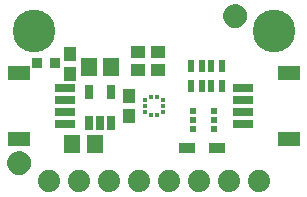
<source format=gbr>
G04 EAGLE Gerber RS-274X export*
G75*
%MOMM*%
%FSLAX34Y34*%
%LPD*%
%INSoldermask Top*%
%IPPOS*%
%AMOC8*
5,1,8,0,0,1.08239X$1,22.5*%
G01*
%ADD10R,1.176600X1.101600*%
%ADD11R,1.451600X0.901600*%
%ADD12R,0.351600X0.376600*%
%ADD13R,0.376600X0.351600*%
%ADD14C,1.879600*%
%ADD15R,1.341600X1.601600*%
%ADD16R,0.651600X1.301600*%
%ADD17R,1.101600X1.176600*%
%ADD18R,0.551600X1.001600*%
%ADD19R,0.601600X0.601600*%
%ADD20R,0.601600X0.501600*%
%ADD21C,3.617600*%
%ADD22R,1.651600X0.701600*%
%ADD23R,1.901600X1.301600*%
%ADD24C,1.101600*%
%ADD25C,0.500000*%
%ADD26R,0.901600X0.901600*%


D10*
X130420Y134620D03*
X113420Y134620D03*
D11*
X180340Y53340D03*
X154940Y53340D03*
D10*
X130420Y119380D03*
X113420Y119380D03*
D12*
X129500Y96400D03*
X124500Y96400D03*
D13*
X119375Y88900D03*
X119375Y83900D03*
X119375Y93900D03*
X134625Y83900D03*
X134625Y88900D03*
X134625Y93900D03*
D12*
X129500Y81400D03*
X124500Y81400D03*
D14*
X38100Y25400D03*
X63500Y25400D03*
X88900Y25400D03*
X114300Y25400D03*
X139700Y25400D03*
X165100Y25400D03*
X190500Y25400D03*
X215900Y25400D03*
D15*
X57810Y57150D03*
X76810Y57150D03*
D16*
X71780Y74629D03*
X81280Y74629D03*
X90780Y74629D03*
X90780Y100631D03*
X71780Y100631D03*
D15*
X71780Y121920D03*
X90780Y121920D03*
D17*
X105410Y80400D03*
X105410Y97400D03*
D18*
X184450Y105800D03*
X184450Y122800D03*
X175450Y105800D03*
X167450Y105800D03*
X158450Y105800D03*
X158450Y122800D03*
X175450Y122800D03*
X167450Y122800D03*
D19*
X177910Y69970D03*
D20*
X177910Y77470D03*
D19*
X177910Y84970D03*
X159910Y84970D03*
D20*
X159910Y77470D03*
D19*
X159910Y69970D03*
D21*
X25400Y152400D03*
X228600Y152400D03*
D22*
X202190Y83900D03*
X202190Y93900D03*
X202190Y73900D03*
X202190Y103900D03*
D23*
X241190Y60900D03*
X241190Y116900D03*
D22*
X51810Y93900D03*
X51810Y83900D03*
X51810Y103900D03*
X51810Y73900D03*
D23*
X12810Y116900D03*
X12810Y60900D03*
D24*
X12700Y40640D03*
D25*
X12700Y48140D02*
X12519Y48138D01*
X12338Y48131D01*
X12157Y48120D01*
X11976Y48105D01*
X11796Y48085D01*
X11616Y48061D01*
X11437Y48033D01*
X11259Y48000D01*
X11082Y47963D01*
X10905Y47922D01*
X10730Y47877D01*
X10555Y47827D01*
X10382Y47773D01*
X10211Y47715D01*
X10040Y47653D01*
X9872Y47586D01*
X9705Y47516D01*
X9539Y47442D01*
X9376Y47363D01*
X9215Y47281D01*
X9055Y47195D01*
X8898Y47105D01*
X8743Y47011D01*
X8590Y46914D01*
X8440Y46812D01*
X8292Y46708D01*
X8146Y46599D01*
X8004Y46488D01*
X7864Y46372D01*
X7727Y46254D01*
X7592Y46132D01*
X7461Y46007D01*
X7333Y45879D01*
X7208Y45748D01*
X7086Y45613D01*
X6968Y45476D01*
X6852Y45336D01*
X6741Y45194D01*
X6632Y45048D01*
X6528Y44900D01*
X6426Y44750D01*
X6329Y44597D01*
X6235Y44442D01*
X6145Y44285D01*
X6059Y44125D01*
X5977Y43964D01*
X5898Y43801D01*
X5824Y43635D01*
X5754Y43468D01*
X5687Y43300D01*
X5625Y43129D01*
X5567Y42958D01*
X5513Y42785D01*
X5463Y42610D01*
X5418Y42435D01*
X5377Y42258D01*
X5340Y42081D01*
X5307Y41903D01*
X5279Y41724D01*
X5255Y41544D01*
X5235Y41364D01*
X5220Y41183D01*
X5209Y41002D01*
X5202Y40821D01*
X5200Y40640D01*
X12700Y48140D02*
X12881Y48138D01*
X13062Y48131D01*
X13243Y48120D01*
X13424Y48105D01*
X13604Y48085D01*
X13784Y48061D01*
X13963Y48033D01*
X14141Y48000D01*
X14318Y47963D01*
X14495Y47922D01*
X14670Y47877D01*
X14845Y47827D01*
X15018Y47773D01*
X15189Y47715D01*
X15360Y47653D01*
X15528Y47586D01*
X15695Y47516D01*
X15861Y47442D01*
X16024Y47363D01*
X16185Y47281D01*
X16345Y47195D01*
X16502Y47105D01*
X16657Y47011D01*
X16810Y46914D01*
X16960Y46812D01*
X17108Y46708D01*
X17254Y46599D01*
X17396Y46488D01*
X17536Y46372D01*
X17673Y46254D01*
X17808Y46132D01*
X17939Y46007D01*
X18067Y45879D01*
X18192Y45748D01*
X18314Y45613D01*
X18432Y45476D01*
X18548Y45336D01*
X18659Y45194D01*
X18768Y45048D01*
X18872Y44900D01*
X18974Y44750D01*
X19071Y44597D01*
X19165Y44442D01*
X19255Y44285D01*
X19341Y44125D01*
X19423Y43964D01*
X19502Y43801D01*
X19576Y43635D01*
X19646Y43468D01*
X19713Y43300D01*
X19775Y43129D01*
X19833Y42958D01*
X19887Y42785D01*
X19937Y42610D01*
X19982Y42435D01*
X20023Y42258D01*
X20060Y42081D01*
X20093Y41903D01*
X20121Y41724D01*
X20145Y41544D01*
X20165Y41364D01*
X20180Y41183D01*
X20191Y41002D01*
X20198Y40821D01*
X20200Y40640D01*
X20198Y40459D01*
X20191Y40278D01*
X20180Y40097D01*
X20165Y39916D01*
X20145Y39736D01*
X20121Y39556D01*
X20093Y39377D01*
X20060Y39199D01*
X20023Y39022D01*
X19982Y38845D01*
X19937Y38670D01*
X19887Y38495D01*
X19833Y38322D01*
X19775Y38151D01*
X19713Y37980D01*
X19646Y37812D01*
X19576Y37645D01*
X19502Y37479D01*
X19423Y37316D01*
X19341Y37155D01*
X19255Y36995D01*
X19165Y36838D01*
X19071Y36683D01*
X18974Y36530D01*
X18872Y36380D01*
X18768Y36232D01*
X18659Y36086D01*
X18548Y35944D01*
X18432Y35804D01*
X18314Y35667D01*
X18192Y35532D01*
X18067Y35401D01*
X17939Y35273D01*
X17808Y35148D01*
X17673Y35026D01*
X17536Y34908D01*
X17396Y34792D01*
X17254Y34681D01*
X17108Y34572D01*
X16960Y34468D01*
X16810Y34366D01*
X16657Y34269D01*
X16502Y34175D01*
X16345Y34085D01*
X16185Y33999D01*
X16024Y33917D01*
X15861Y33838D01*
X15695Y33764D01*
X15528Y33694D01*
X15360Y33627D01*
X15189Y33565D01*
X15018Y33507D01*
X14845Y33453D01*
X14670Y33403D01*
X14495Y33358D01*
X14318Y33317D01*
X14141Y33280D01*
X13963Y33247D01*
X13784Y33219D01*
X13604Y33195D01*
X13424Y33175D01*
X13243Y33160D01*
X13062Y33149D01*
X12881Y33142D01*
X12700Y33140D01*
X12519Y33142D01*
X12338Y33149D01*
X12157Y33160D01*
X11976Y33175D01*
X11796Y33195D01*
X11616Y33219D01*
X11437Y33247D01*
X11259Y33280D01*
X11082Y33317D01*
X10905Y33358D01*
X10730Y33403D01*
X10555Y33453D01*
X10382Y33507D01*
X10211Y33565D01*
X10040Y33627D01*
X9872Y33694D01*
X9705Y33764D01*
X9539Y33838D01*
X9376Y33917D01*
X9215Y33999D01*
X9055Y34085D01*
X8898Y34175D01*
X8743Y34269D01*
X8590Y34366D01*
X8440Y34468D01*
X8292Y34572D01*
X8146Y34681D01*
X8004Y34792D01*
X7864Y34908D01*
X7727Y35026D01*
X7592Y35148D01*
X7461Y35273D01*
X7333Y35401D01*
X7208Y35532D01*
X7086Y35667D01*
X6968Y35804D01*
X6852Y35944D01*
X6741Y36086D01*
X6632Y36232D01*
X6528Y36380D01*
X6426Y36530D01*
X6329Y36683D01*
X6235Y36838D01*
X6145Y36995D01*
X6059Y37155D01*
X5977Y37316D01*
X5898Y37479D01*
X5824Y37645D01*
X5754Y37812D01*
X5687Y37980D01*
X5625Y38151D01*
X5567Y38322D01*
X5513Y38495D01*
X5463Y38670D01*
X5418Y38845D01*
X5377Y39022D01*
X5340Y39199D01*
X5307Y39377D01*
X5279Y39556D01*
X5255Y39736D01*
X5235Y39916D01*
X5220Y40097D01*
X5209Y40278D01*
X5202Y40459D01*
X5200Y40640D01*
D24*
X195580Y165100D03*
D25*
X195580Y172600D02*
X195399Y172598D01*
X195218Y172591D01*
X195037Y172580D01*
X194856Y172565D01*
X194676Y172545D01*
X194496Y172521D01*
X194317Y172493D01*
X194139Y172460D01*
X193962Y172423D01*
X193785Y172382D01*
X193610Y172337D01*
X193435Y172287D01*
X193262Y172233D01*
X193091Y172175D01*
X192920Y172113D01*
X192752Y172046D01*
X192585Y171976D01*
X192419Y171902D01*
X192256Y171823D01*
X192095Y171741D01*
X191935Y171655D01*
X191778Y171565D01*
X191623Y171471D01*
X191470Y171374D01*
X191320Y171272D01*
X191172Y171168D01*
X191026Y171059D01*
X190884Y170948D01*
X190744Y170832D01*
X190607Y170714D01*
X190472Y170592D01*
X190341Y170467D01*
X190213Y170339D01*
X190088Y170208D01*
X189966Y170073D01*
X189848Y169936D01*
X189732Y169796D01*
X189621Y169654D01*
X189512Y169508D01*
X189408Y169360D01*
X189306Y169210D01*
X189209Y169057D01*
X189115Y168902D01*
X189025Y168745D01*
X188939Y168585D01*
X188857Y168424D01*
X188778Y168261D01*
X188704Y168095D01*
X188634Y167928D01*
X188567Y167760D01*
X188505Y167589D01*
X188447Y167418D01*
X188393Y167245D01*
X188343Y167070D01*
X188298Y166895D01*
X188257Y166718D01*
X188220Y166541D01*
X188187Y166363D01*
X188159Y166184D01*
X188135Y166004D01*
X188115Y165824D01*
X188100Y165643D01*
X188089Y165462D01*
X188082Y165281D01*
X188080Y165100D01*
X195580Y172600D02*
X195761Y172598D01*
X195942Y172591D01*
X196123Y172580D01*
X196304Y172565D01*
X196484Y172545D01*
X196664Y172521D01*
X196843Y172493D01*
X197021Y172460D01*
X197198Y172423D01*
X197375Y172382D01*
X197550Y172337D01*
X197725Y172287D01*
X197898Y172233D01*
X198069Y172175D01*
X198240Y172113D01*
X198408Y172046D01*
X198575Y171976D01*
X198741Y171902D01*
X198904Y171823D01*
X199065Y171741D01*
X199225Y171655D01*
X199382Y171565D01*
X199537Y171471D01*
X199690Y171374D01*
X199840Y171272D01*
X199988Y171168D01*
X200134Y171059D01*
X200276Y170948D01*
X200416Y170832D01*
X200553Y170714D01*
X200688Y170592D01*
X200819Y170467D01*
X200947Y170339D01*
X201072Y170208D01*
X201194Y170073D01*
X201312Y169936D01*
X201428Y169796D01*
X201539Y169654D01*
X201648Y169508D01*
X201752Y169360D01*
X201854Y169210D01*
X201951Y169057D01*
X202045Y168902D01*
X202135Y168745D01*
X202221Y168585D01*
X202303Y168424D01*
X202382Y168261D01*
X202456Y168095D01*
X202526Y167928D01*
X202593Y167760D01*
X202655Y167589D01*
X202713Y167418D01*
X202767Y167245D01*
X202817Y167070D01*
X202862Y166895D01*
X202903Y166718D01*
X202940Y166541D01*
X202973Y166363D01*
X203001Y166184D01*
X203025Y166004D01*
X203045Y165824D01*
X203060Y165643D01*
X203071Y165462D01*
X203078Y165281D01*
X203080Y165100D01*
X203078Y164919D01*
X203071Y164738D01*
X203060Y164557D01*
X203045Y164376D01*
X203025Y164196D01*
X203001Y164016D01*
X202973Y163837D01*
X202940Y163659D01*
X202903Y163482D01*
X202862Y163305D01*
X202817Y163130D01*
X202767Y162955D01*
X202713Y162782D01*
X202655Y162611D01*
X202593Y162440D01*
X202526Y162272D01*
X202456Y162105D01*
X202382Y161939D01*
X202303Y161776D01*
X202221Y161615D01*
X202135Y161455D01*
X202045Y161298D01*
X201951Y161143D01*
X201854Y160990D01*
X201752Y160840D01*
X201648Y160692D01*
X201539Y160546D01*
X201428Y160404D01*
X201312Y160264D01*
X201194Y160127D01*
X201072Y159992D01*
X200947Y159861D01*
X200819Y159733D01*
X200688Y159608D01*
X200553Y159486D01*
X200416Y159368D01*
X200276Y159252D01*
X200134Y159141D01*
X199988Y159032D01*
X199840Y158928D01*
X199690Y158826D01*
X199537Y158729D01*
X199382Y158635D01*
X199225Y158545D01*
X199065Y158459D01*
X198904Y158377D01*
X198741Y158298D01*
X198575Y158224D01*
X198408Y158154D01*
X198240Y158087D01*
X198069Y158025D01*
X197898Y157967D01*
X197725Y157913D01*
X197550Y157863D01*
X197375Y157818D01*
X197198Y157777D01*
X197021Y157740D01*
X196843Y157707D01*
X196664Y157679D01*
X196484Y157655D01*
X196304Y157635D01*
X196123Y157620D01*
X195942Y157609D01*
X195761Y157602D01*
X195580Y157600D01*
X195399Y157602D01*
X195218Y157609D01*
X195037Y157620D01*
X194856Y157635D01*
X194676Y157655D01*
X194496Y157679D01*
X194317Y157707D01*
X194139Y157740D01*
X193962Y157777D01*
X193785Y157818D01*
X193610Y157863D01*
X193435Y157913D01*
X193262Y157967D01*
X193091Y158025D01*
X192920Y158087D01*
X192752Y158154D01*
X192585Y158224D01*
X192419Y158298D01*
X192256Y158377D01*
X192095Y158459D01*
X191935Y158545D01*
X191778Y158635D01*
X191623Y158729D01*
X191470Y158826D01*
X191320Y158928D01*
X191172Y159032D01*
X191026Y159141D01*
X190884Y159252D01*
X190744Y159368D01*
X190607Y159486D01*
X190472Y159608D01*
X190341Y159733D01*
X190213Y159861D01*
X190088Y159992D01*
X189966Y160127D01*
X189848Y160264D01*
X189732Y160404D01*
X189621Y160546D01*
X189512Y160692D01*
X189408Y160840D01*
X189306Y160990D01*
X189209Y161143D01*
X189115Y161298D01*
X189025Y161455D01*
X188939Y161615D01*
X188857Y161776D01*
X188778Y161939D01*
X188704Y162105D01*
X188634Y162272D01*
X188567Y162440D01*
X188505Y162611D01*
X188447Y162782D01*
X188393Y162955D01*
X188343Y163130D01*
X188298Y163305D01*
X188257Y163482D01*
X188220Y163659D01*
X188187Y163837D01*
X188159Y164016D01*
X188135Y164196D01*
X188115Y164376D01*
X188100Y164557D01*
X188089Y164738D01*
X188082Y164919D01*
X188080Y165100D01*
D26*
X28060Y125730D03*
X43060Y125730D03*
D17*
X55880Y132960D03*
X55880Y115960D03*
M02*

</source>
